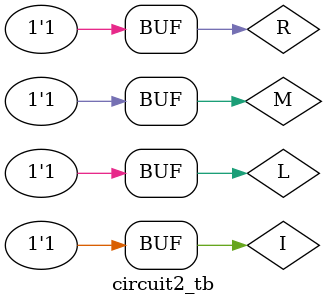
<source format=v>
`timescale 1ns/1ns
`include "num2.v"

module circuit2_tb;

    reg I;
    reg M;
    reg R;
    reg L;
    wire E;

circuit2 wew(I, M, R, L, E);

initial begin
    $dumpfile("circuit2_tb.vcd");
    $dumpvars(0, circuit2_tb);

    I = 0; M = 0; R = 0; L = 0;
    #20;

    I = 0; M = 0; R = 0; L = 1;
    #20;

    I = 0; M = 0; R = 1; L = 1;
    #20;

    I = 0; M = 1; R = 1; L = 1;
    #20;

    I = 1; M = 1; R = 1; L = 1;
    #20;

    $display("test complete 2");
end

endmodule

</source>
